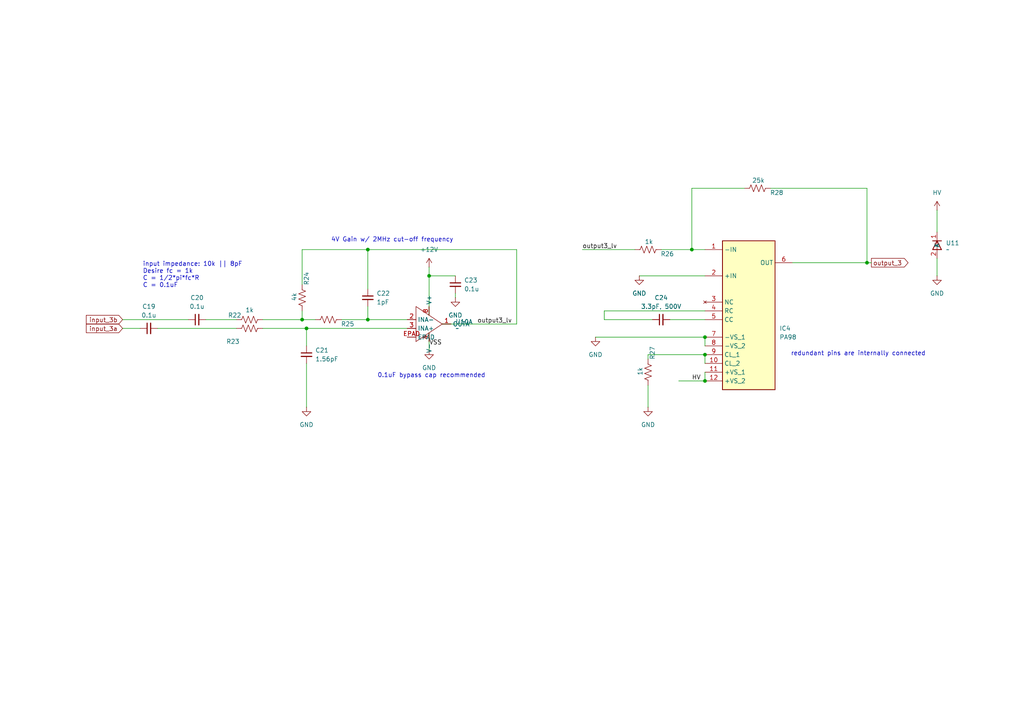
<source format=kicad_sch>
(kicad_sch (version 20231120) (generator "eeschema") (generator_version "8.0")
  (paper "A4")
  (lib_symbols
    (symbol "Device:C_Small" (pin_numbers hide) (pin_names (offset 0.254) hide)
      (property "Reference" "C" (at 0.254 1.778 0))
      (property "Value" "C_Small" (at 0.254 -2.032 0))
      (symbol "C_Small_0_1"
        (polyline (pts (xy -1.524 -0.508) (xy 1.524 -0.508)) (stroke (width 0.3302)))
        (polyline (pts (xy -1.524 0.508) (xy 1.524 0.508)) (stroke (width 0.3048)))
      )
      (symbol "C_Small_1_1"
        (pin passive line (at 0 2.54 270) (length 2.032) (name "~") (number "1"))
        (pin passive line (at 0 -2.54 90) (length 2.032) (name "~") (number "2"))
      )
    )
    (symbol "Device:R_US" (pin_numbers hide) (pin_names (offset 0))
      (property "Reference" "R" (at 2.54 0 90))
      (property "Value" "R_US" (at -2.54 0 90))
      (symbol "R_US_0_1"
        (polyline (pts (xy 0 -2.286) (xy 0 -2.54)))
        (polyline (pts (xy 0 2.286) (xy 0 2.54)))
        (polyline (pts (xy 0 -0.762) (xy 1.016 -1.143) (xy 0 -1.524) (xy -1.016 -1.905) (xy 0 -2.286)))
        (polyline (pts (xy 0 0.762) (xy 1.016 0.381) (xy 0 0) (xy -1.016 -0.381) (xy 0 -0.762)))
        (polyline (pts (xy 0 2.286) (xy 1.016 1.905) (xy 0 1.524) (xy -1.016 1.143) (xy 0 0.762)))
      )
      (symbol "R_US_1_1"
        (pin passive line (at 0 3.81 270) (length 1.27) (name "~") (number "1"))
        (pin passive line (at 0 -3.81 90) (length 1.27) (name "~") (number "2"))
      )
    )
    (symbol "_PHASE:OPA221A_2UNITS"
      (property "Reference" "U" (at -1.016 -1.524 0))
      (symbol "OPA221A_2UNITS_1_1"
        (polyline (pts (xy 0 0) (xy 0 10.16) (xy 7.62 5.08) (xy 0 0)))
        (pin input line (at 7.62 5.08 0) (length 2.54) (name "OUTA") (number "1"))
        (pin input line (at -2.54 6.35 0) (length 2.54) (name "INA-") (number "2"))
        (pin input line (at -2.54 3.81 0) (length 2.54) (name "INA+") (number "3"))
        (pin power_in line (at 3.81 2.54 270) (length 2.54) (name "V-") (number "4"))
        (pin power_in line (at 3.81 7.62 90) (length 2.54) (name "V+") (number "8"))
        (pin power_in line (at -2.54 1.27 0) (length 2.54) (name "EPAD") (number "EPAD"))
      )
      (symbol "OPA221A_2UNITS_2_1"
        (polyline (pts (xy 0 0) (xy 0 10.16) (xy 7.62 5.08) (xy 0 0)))
        (pin input line (at -2.54 3.81 0) (length 2.54) (name "INB+") (number "5"))
        (pin input line (at -2.54 6.35 0) (length 2.54) (name "INB-") (number "6"))
        (pin input line (at 7.62 5.08 0) (length 2.54) (name "OUTB") (number "7"))
      )
    )
    (symbol "_PHASE:PA98"
      (property "Reference" "IC" (at 21.59 -5.08 0))
      (property "Value" "PA98" (at 21.59 -7.62 0))
      (symbol "PA98_1_1"
        (rectangle (start 5.08 12.7) (end 20.32 -30.48) (stroke (width 0.254)) (fill (type background)))
        (pin passive line (at 0 10.16 0) (length 5.08) (name "-IN") (number "1"))
        (pin passive line (at 0 -22.86 0) (length 5.08) (name "CL_2") (number "10"))
        (pin passive line (at 0 -25.4 0) (length 5.08) (name "+VS_1") (number "11"))
        (pin passive line (at 0 -27.94 0) (length 5.08) (name "+VS_2") (number "12"))
        (pin passive line (at 0 2.54 0) (length 5.08) (name "+IN") (number "2"))
        (pin no_connect line (at 0 -5.08 0) (length 5.08) (name "NC") (number "3"))
        (pin passive line (at 0 -7.62 0) (length 5.08) (name "RC") (number "4"))
        (pin passive line (at 0 -10.16 0) (length 5.08) (name "CC") (number "5"))
        (pin passive line (at 25.4 6.35 180) (length 5.08) (name "OUT") (number "6"))
        (pin passive line (at 0 -15.24 0) (length 5.08) (name "-VS_1") (number "7"))
        (pin passive line (at 0 -17.78 0) (length 5.08) (name "-VS_2") (number "8"))
        (pin passive line (at 0 -20.32 0) (length 5.08) (name "CL_1") (number "9"))
      )
    )
    (symbol "_PHASE:SMCJ150A-13-F"
      (property "Reference" "U" (at 0 0 0))
      (symbol "SMCJ150A-13-F_0_1"
        (polyline (pts (xy 1.27 3.81) (xy 1.27 1.27)) (stroke (width 0.254)))
        (polyline (pts (xy 3.81 2.54) (xy 1.27 2.54)))
        (polyline (pts (xy 3.81 3.81) (xy 3.81 1.27) (xy 1.27 2.54) (xy 3.81 3.81)) (stroke (width 0.254)))
      )
      (symbol "SMCJ150A-13-F_1_1"
        (pin passive line (at -1.27 2.54 0) (length 2.54) (name "K") (number "1"))
        (pin passive line (at 6.35 2.54 180) (length 2.54) (name "A") (number "2"))
      )
    )
    (symbol "power:+12V" (power) (pin_numbers hide) (pin_names (offset 0) hide)
      (property "Value" "+12V" (at 0 3.556 0))
      (symbol "+12V_0_1"
        (polyline (pts (xy -0.762 1.27) (xy 0 2.54)))
        (polyline (pts (xy 0 0) (xy 0 2.54)))
        (polyline (pts (xy 0 2.54) (xy 0.762 1.27)))
      )
      (symbol "+12V_1_1"
        (pin power_in line (at 0 0 90) (length 0) (name "~") (number "1"))
      )
    )
    (symbol "power:GND" (power) (pin_numbers hide) (pin_names (offset 0) hide)
      (property "Value" "GND" (at 0 -3.81 0))
      (symbol "GND_0_1"
        (polyline (pts (xy 0 0) (xy 0 -1.27) (xy 1.27 -1.27) (xy 0 -2.54) (xy -1.27 -1.27) (xy 0 -1.27)))
      )
      (symbol "GND_1_1"
        (pin power_in line (at 0 0 270) (length 0) (name "~") (number "1"))
      )
    )
  )
  (junction (at 200.66 72.39))
  (junction (at 106.68 72.39))
  (junction (at 204.47 97.79))
  (junction (at 106.68 92.71))
  (junction (at 251.46 76.2))
  (junction (at 124.46 80.01))
  (junction (at 204.47 102.87))
  (junction (at 204.47 110.49))
  (junction (at 87.63 92.71))
  (junction (at 88.9 95.25))
  (wire (pts (xy 59.69 92.71) (xy 68.58 92.71)))
  (wire (pts (xy 172.72 97.79) (xy 204.47 97.79)))
  (wire (pts (xy 45.72 95.25) (xy 68.58 95.25)))
  (wire (pts (xy 124.46 80.01) (xy 124.46 77.47)))
  (wire (pts (xy 175.26 90.17) (xy 204.47 90.17)))
  (wire (pts (xy 194.31 92.71) (xy 204.47 92.71)))
  (wire (pts (xy 106.68 72.39) (xy 106.68 83.82)))
  (wire (pts (xy 215.9 54.61) (xy 200.66 54.61)))
  (wire (pts (xy 229.87 76.2) (xy 251.46 76.2)))
  (wire (pts (xy 76.2 92.71) (xy 87.63 92.71)))
  (wire (pts (xy 106.68 88.9) (xy 106.68 92.71)))
  (wire (pts (xy 204.47 97.79) (xy 204.47 100.33)))
  (wire (pts (xy 87.63 72.39) (xy 87.63 82.55)))
  (wire (pts (xy 106.68 92.71) (xy 99.06 92.71)))
  (wire (pts (xy 191.77 72.39) (xy 200.66 72.39)))
  (wire (pts (xy 132.08 85.09) (xy 132.08 86.36)))
  (wire (pts (xy 168.91 72.39) (xy 184.15 72.39)))
  (wire (pts (xy 128.27 93.98) (xy 149.86 93.98)))
  (wire (pts (xy 87.63 92.71) (xy 91.44 92.71)))
  (wire (pts (xy 35.56 92.71) (xy 54.61 92.71)))
  (wire (pts (xy 189.23 92.71) (xy 175.26 92.71)))
  (wire (pts (xy 88.9 105.41) (xy 88.9 118.11)))
  (wire (pts (xy 271.78 74.93) (xy 271.78 80.01)))
  (wire (pts (xy 251.46 76.2) (xy 251.46 54.61)))
  (wire (pts (xy 200.66 54.61) (xy 200.66 72.39)))
  (wire (pts (xy 106.68 72.39) (xy 149.86 72.39)))
  (wire (pts (xy 251.46 76.2) (xy 252.73 76.2)))
  (wire (pts (xy 196.85 110.49) (xy 204.47 110.49)))
  (wire (pts (xy 223.52 54.61) (xy 251.46 54.61)))
  (wire (pts (xy 204.47 107.95) (xy 204.47 110.49)))
  (wire (pts (xy 200.66 72.39) (xy 204.47 72.39)))
  (wire (pts (xy 124.46 80.01) (xy 132.08 80.01)))
  (wire (pts (xy 88.9 95.25) (xy 118.11 95.25)))
  (wire (pts (xy 124.46 91.44) (xy 124.46 80.01)))
  (wire (pts (xy 87.63 90.17) (xy 87.63 92.71)))
  (wire (pts (xy 118.11 92.71) (xy 106.68 92.71)))
  (wire (pts (xy 187.96 111.76) (xy 187.96 118.11)))
  (wire (pts (xy 204.47 102.87) (xy 187.96 102.87)))
  (wire (pts (xy 175.26 92.71) (xy 175.26 90.17)))
  (wire (pts (xy 271.78 60.96) (xy 271.78 67.31)))
  (wire (pts (xy 76.2 95.25) (xy 88.9 95.25)))
  (wire (pts (xy 35.56 95.25) (xy 40.64 95.25)))
  (wire (pts (xy 124.46 101.6) (xy 124.46 96.52)))
  (wire (pts (xy 185.42 80.01) (xy 204.47 80.01)))
  (wire (pts (xy 204.47 102.87) (xy 204.47 105.41)))
  (wire (pts (xy 187.96 102.87) (xy 187.96 104.14)))
  (wire (pts (xy 87.63 72.39) (xy 106.68 72.39)))
  (wire (pts (xy 149.86 72.39) (xy 149.86 93.98)))
  (wire (pts (xy 88.9 95.25) (xy 88.9 100.33)))
  (text "input impedance: 10k || 8pF\nDesire fc = 1k\nC = 1/2*pi*fc*R\nC = 0.1uF" (at 41.402 79.756 0) (effects (font (size 1.27 1.27)) (justify left)))
  (text "0.1uF bypass cap recommended\n" (at 109.474 108.966 0) (effects (font (size 1.27 1.27)) (justify left)))
  (text "4V Gain w/ 2MHz cut-off frequency" (at 96.012 69.596 0) (effects (font (size 1.27 1.27)) (justify left)))
  (text "redundant pins are internally connected" (at 229.362 102.616 0) (effects (font (size 1.27 1.27)) (justify left)))
  (label "output3_lv" (at 168.91 72.39 0))
  (label "output3_lv" (at 138.43 93.98 0))
  (label "VSS" (at 124.46 100.33 0))
  (label "HV" (at 200.66 110.49 0))
  (global_label "output_3" (shape output) (at 252.73 76.2 0) (property "Intersheetrefs" "${INTERSHEET_REFS}" (effects (hide yes))))
  (global_label "input_3a" (shape input) (at 35.56 95.25 180) (property "Intersheetrefs" "${INTERSHEET_REFS}" (effects (hide yes))))
  (global_label "input_3b" (shape input) (at 35.56 92.71 180) (property "Intersheetrefs" "${INTERSHEET_REFS}" (effects (hide yes))))
  (symbol (lib_id "_PHASE:OPA221A_2UNITS") (at 120.65 99.06 0) (unit 1)
    (property "Reference" "U10" (at 132.08 93.3449 0) (effects (justify left)))
    (property "Value" "~" (at 132.08 95.25 0) (effects (justify left)))
    (property "Footprint" "726_footprints:OPA2211AIDDAR_L" (effects (hide yes)))
  )
  (symbol (lib_id "Device:C_Small") (at 57.15 92.71 90) (unit 1)
    (property "Reference" "C20" (at 57.1563 86.36 90))
    (property "Value" "0.1u" (at 57.1563 88.9 90))
    (property "Footprint" "Capacitor_SMD:C_0603_1608Metric" (effects (hide yes)))
    (property "Description" "Unpolarized capacitor, small symbol" (effects (hide yes)))
  )
  (symbol (lib_id "Device:R_US") (at 219.71 54.61 270) (unit 1)
    (property "Reference" "R28" (at 225.298 55.88 90))
    (property "Value" "25k" (at 219.964 52.324 90))
    (property "Footprint" "Resistor_SMD:R_0603_1608Metric" (effects (hide yes)))
    (property "Description" "Resistor, US symbol" (effects (hide yes)))
  )
  (symbol (lib_id "Device:C_Small") (at 43.18 95.25 90) (unit 1)
    (property "Reference" "C19" (at 43.1863 88.9 90))
    (property "Value" "0.1u" (at 43.1863 91.44 90))
    (property "Footprint" "Capacitor_SMD:C_0603_1608Metric" (effects (hide yes)))
    (property "Description" "Unpolarized capacitor, small symbol" (effects (hide yes)))
  )
  (symbol (lib_id "Device:R_US") (at 187.96 72.39 270) (unit 1)
    (property "Reference" "R26" (at 193.548 73.66 90))
    (property "Value" "1k" (at 188.214 70.104 90))
    (property "Footprint" "Resistor_SMD:R_0603_1608Metric" (effects (hide yes)))
    (property "Description" "Resistor, US symbol" (effects (hide yes)))
  )
  (symbol (lib_id "Device:R_US") (at 187.96 107.95 0) (unit 1)
    (property "Reference" "R27" (at 189.23 102.362 90))
    (property "Value" "1k" (at 185.674 107.696 90))
    (property "Footprint" "Resistor_SMD:R_0603_1608Metric" (effects (hide yes)))
    (property "Description" "Resistor, US symbol" (effects (hide yes)))
  )
  (symbol (lib_id "power:GND") (at 124.46 101.6 0) (unit 1)
    (property "Reference" "#PWR064" (effects (hide yes)))
    (property "Value" "GND" (at 124.46 106.68 0))
    (property "Description" "Power symbol creates a global label with name \"GND\" , ground" (effects (hide yes)))
  )
  (symbol (lib_id "Device:R_US") (at 72.39 95.25 270) (unit 1)
    (property "Reference" "R23" (at 67.564 99.06 90))
    (property "Value" "R_US" (effects (hide yes)))
    (property "Footprint" "Resistor_SMD:R_0603_1608Metric" (effects (hide yes)))
    (property "Description" "Resistor, US symbol" (effects (hide yes)))
  )
  (symbol (lib_id "power:GND") (at 271.78 80.01 0) (unit 1)
    (property "Reference" "#PWR047" (effects (hide yes)))
    (property "Value" "GND" (at 271.78 85.09 0))
    (property "Description" "Power symbol creates a global label with name \"GND\" , ground" (effects (hide yes)))
  )
  (symbol (lib_id "Device:C_Small") (at 191.77 92.71 90) (unit 1)
    (property "Reference" "C24" (at 191.7763 86.36 90))
    (property "Value" "3.3pF, 500V" (at 191.7763 88.9 90))
    (property "Footprint" "Capacitor_SMD:C_0805_2012Metric" (effects (hide yes)))
    (property "Description" "Unpolarized capacitor, small symbol" (effects (hide yes)))
  )
  (symbol (lib_id "power:GND") (at 172.72 97.79 0) (unit 1)
    (property "Reference" "#PWR045" (effects (hide yes)))
    (property "Value" "GND" (at 172.72 102.87 0))
    (property "Description" "Power symbol creates a global label with name \"GND\" , ground" (effects (hide yes)))
  )
  (symbol (lib_id "power:GND") (at 88.9 118.11 0) (unit 1)
    (property "Reference" "#PWR043" (effects (hide yes)))
    (property "Value" "GND" (at 88.9 123.19 0))
    (property "Description" "Power symbol creates a global label with name \"GND\" , ground" (effects (hide yes)))
  )
  (symbol (lib_id "Device:R_US") (at 95.25 92.71 270) (unit 1)
    (property "Reference" "R25" (at 100.838 93.98 90))
    (property "Value" "R_US" (effects (hide yes)))
    (property "Footprint" "Resistor_SMD:R_0603_1608Metric" (effects (hide yes)))
    (property "Description" "Resistor, US symbol" (effects (hide yes)))
  )
  (symbol (lib_id "power:GND") (at 187.96 118.11 0) (unit 1)
    (property "Reference" "#PWR029" (effects (hide yes)))
    (property "Value" "GND" (at 187.96 123.19 0))
    (property "Description" "Power symbol creates a global label with name \"GND\" , ground" (effects (hide yes)))
  )
  (symbol (lib_id "power:+12V") (at 124.46 77.47 0) (unit 1)
    (property "Reference" "#PWR016" (effects (hide yes)))
    (property "Value" "+12V" (at 124.46 72.39 0))
    (property "Description" "Power symbol creates a global label with name \"+12V\"" (effects (hide yes)))
  )
  (symbol (lib_id "power:GND") (at 185.42 80.01 0) (unit 1)
    (property "Reference" "#PWR046" (effects (hide yes)))
    (property "Value" "GND" (at 185.42 85.09 0))
    (property "Description" "Power symbol creates a global label with name \"GND\" , ground" (effects (hide yes)))
  )
  (symbol (lib_id "_PHASE:PA98") (at 204.47 82.55 0) (unit 1)
    (property "Reference" "IC4" (at 226.06 95.2499 0) (effects (justify left)))
    (property "Value" "PA98" (at 226.06 97.7899 0) (effects (justify left)))
    (property "Footprint" "726_footprints:PA98" (effects (hide yes)))
    (property "Datasheet" "https://www.apexanalog.com/resources/products/pa98u.pdf" (effects (hide yes)))
    (property "Description" "The PA98 is a 450V power operational amplifier with a very high 1,000V/s slew rate targeted at high voltage applications including instrumentation, piezoelectric transducers and electrostatic transducers and deflection. Output voltages can swing up to +/-215V on dual supplies, and up to +440V single supply. This MOSFET power amplifier also features a very high 30 kHz of power bandwidth and is designed for output currents up to 200mA.  The PA98A is the A grade version that provides enhanced performance in the" (effects (hide yes)))
    (property "Height" "22.73" (effects (hide yes)))
    (property "Mouser Part Number" "137-PA98" (effects (hide yes)))
    (property "Mouser Price/Stock" "https://www.mouser.co.uk/ProductDetail/Apex-Microtechnology/PA98?qs=TiOZkKH1s2TTpVjzmo9Xsg%3D%3D" (effects (hide yes)))
    (property "Manufacturer_Name" "Apex Microtechnology" (effects (hide yes)))
    (property "Manufacturer_Part_Number" "PA98" (effects (hide yes)))
  )
  (symbol (lib_id "_PHASE:SMCJ150A-13-F") (at 269.24 68.58 270) (unit 1)
    (property "Reference" "U11" (at 274.32 70.4849 90) (effects (justify left)))
    (property "Value" "~" (at 274.32 72.39 90) (effects (justify left)))
    (property "Footprint" "726_footprints:SMCJ150A-13-F" (effects (hide yes)))
  )
  (symbol (lib_id "Device:R_US") (at 87.63 86.36 0) (unit 1)
    (property "Reference" "R24" (at 88.9 80.772 90))
    (property "Value" "4k" (at 85.344 86.106 90))
    (property "Footprint" "Resistor_SMD:R_0603_1608Metric" (effects (hide yes)))
    (property "Description" "Resistor, US symbol" (effects (hide yes)))
  )
  (symbol (lib_id "Device:C_Small") (at 88.9 102.87 0) (unit 1)
    (property "Reference" "C21" (at 91.44 101.6062 0) (effects (justify left)))
    (property "Value" "1.56pF" (at 91.44 104.1462 0) (effects (justify left)))
    (property "Footprint" "Capacitor_SMD:C_0603_1608Metric" (effects (hide yes)))
    (property "Description" "Unpolarized capacitor, small symbol" (effects (hide yes)))
  )
  (symbol (lib_id "power:GND") (at 132.08 86.36 0) (unit 1)
    (property "Reference" "#PWR044" (effects (hide yes)))
    (property "Value" "GND" (at 132.08 91.44 0))
    (property "Description" "Power symbol creates a global label with name \"GND\" , ground" (effects (hide yes)))
  )
  (symbol (lib_id "power:+12V") (at 271.78 60.96 0) (unit 1)
    (property "Reference" "#PWR017" (effects (hide yes)))
    (property "Value" "HV" (at 271.78 55.88 0))
    (property "Description" "Power symbol creates a global label with name \"+12V\"" (effects (hide yes)))
  )
  (symbol (lib_id "Device:C_Small") (at 106.68 86.36 0) (unit 1)
    (property "Reference" "C22" (at 109.22 85.0962 0) (effects (justify left)))
    (property "Value" "1pF" (at 109.22 87.6362 0) (effects (justify left)))
    (property "Footprint" "Capacitor_SMD:C_0603_1608Metric" (effects (hide yes)))
    (property "Description" "Unpolarized capacitor, small symbol" (effects (hide yes)))
  )
  (symbol (lib_id "Device:R_US") (at 72.39 92.71 270) (unit 1)
    (property "Reference" "R22" (at 68.072 91.44 90))
    (property "Value" "1k" (at 72.39 89.916 90))
    (property "Footprint" "Resistor_SMD:R_0603_1608Metric" (effects (hide yes)))
    (property "Description" "Resistor, US symbol" (effects (hide yes)))
  )
  (symbol (lib_id "Device:C_Small") (at 132.08 82.55 0) (unit 1)
    (property "Reference" "C23" (at 134.62 81.2862 0) (effects (justify left)))
    (property "Value" "0.1u" (at 134.62 83.8262 0) (effects (justify left)))
    (property "Footprint" "Capacitor_SMD:C_0603_1608Metric" (effects (hide yes)))
    (property "Description" "Unpolarized capacitor, small symbol" (effects (hide yes)))
  )
)
</source>
